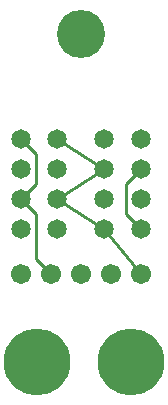
<source format=gtl>
%MOIN*%
%FSLAX25Y25*%
G04 D10 used for Character Trace; *
G04     Circle (OD=.01000) (No hole)*
G04 D11 used for Power Trace; *
G04     Circle (OD=.06500) (No hole)*
G04 D12 used for Signal Trace; *
G04     Circle (OD=.01100) (No hole)*
G04 D13 used for Via; *
G04     Circle (OD=.05800) (Round. Hole ID=.02800)*
G04 D14 used for Component hole; *
G04     Circle (OD=.06500) (Round. Hole ID=.03500)*
G04 D15 used for Component hole; *
G04     Circle (OD=.06700) (Round. Hole ID=.04300)*
G04 D16 used for Component hole; *
G04     Circle (OD=.08100) (Round. Hole ID=.05100)*
G04 D17 used for Component hole; *
G04     Circle (OD=.08900) (Round. Hole ID=.05900)*
G04 D18 used for Component hole; *
G04     Circle (OD=.11300) (Round. Hole ID=.08300)*
G04 D19 used for Component hole; *
G04     Circle (OD=.16000) (Round. Hole ID=.13000)*
G04 D20 used for Component hole; *
G04     Circle (OD=.18300) (Round. Hole ID=.15300)*
G04 D21 used for Component hole; *
G04     Circle (OD=.22291) (Round. Hole ID=.19291)*
%ADD10C,.01000*%
%ADD11C,.06500*%
%ADD12C,.01100*%
%ADD13C,.05800*%
%ADD14C,.06500*%
%ADD15C,.06700*%
%ADD16C,.08100*%
%ADD17C,.08900*%
%ADD18C,.11300*%
%ADD19C,.16000*%
%ADD20C,.18300*%
%ADD21C,.22291*%
%IPPOS*%
%LPD*%
G90*X0Y0D02*D21*X15625Y15625D03*D15*              
X40000Y45000D03*X30000D03*X20000D03*D12*          
X15000Y50000D01*Y65000D01*X10000Y70000D01*D14*D03*
D12*X15000Y75000D01*Y85000D01*X10000Y90000D01*D14*
D03*Y80000D03*X22050D03*Y90000D03*D12*            
X37950Y80000D01*D14*D03*D12*X22050Y70000D01*D14*  
D03*D12*X37950Y60000D01*D14*D03*D12*              
X50000Y45000D01*D15*D03*D14*Y60000D03*D12*        
X45000Y65000D01*Y75000D01*X50000Y80000D01*D14*D03*
Y90000D03*Y70000D03*X37950Y90000D03*Y70000D03*    
X22050Y60000D03*X10000D03*D15*Y45000D03*D19*      
X30000Y125000D03*D21*X46875Y15625D03*M02*         

</source>
